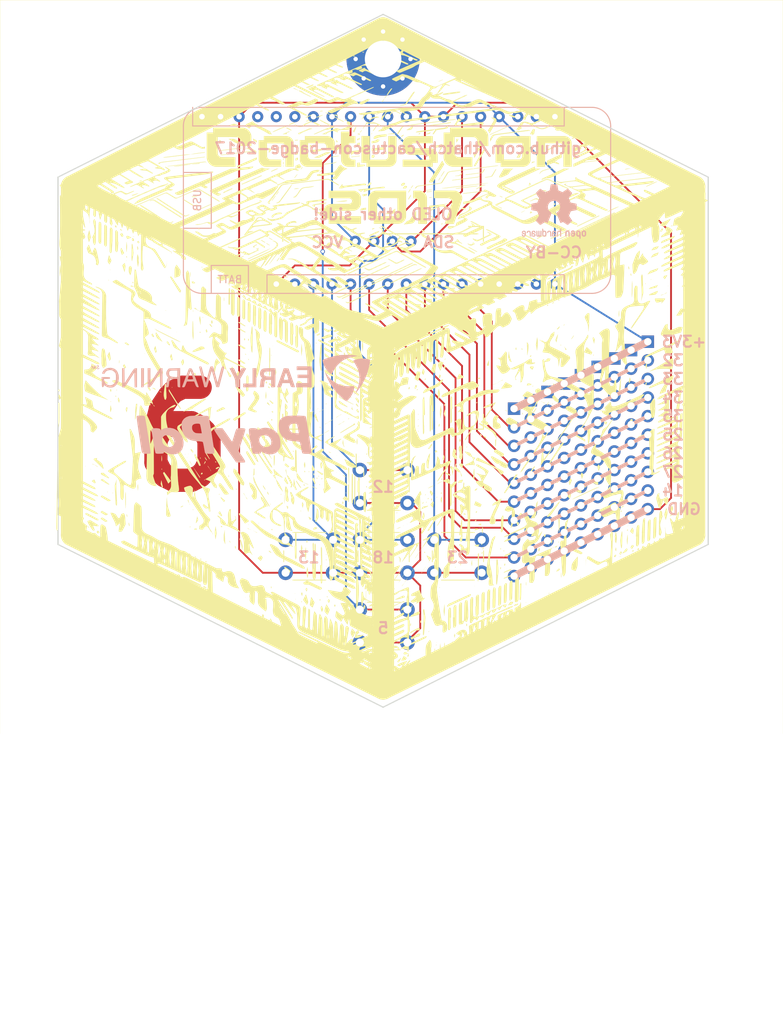
<source format=kicad_pcb>
(kicad_pcb (version 4) (host pcbnew 4.0.6)
  (layers (0 F.Cu signal) (31 B.Cu signal) (34 B.Paste user hide) (35 F.Paste user hide) (36 B.SilkS user) (37 F.SilkS user hide) (38 B.Mask user hide) (39 F.Mask user hide) (44 Edge.Cuts user))
  (net 0 "")
  (net 1 "Net-(J10-Pad1)")
  (net 2 ROW2)
  (net 3 ROW3)
  (net 4 ROW4)
  (net 5 ROW5)
  (net 6 ROW6)
  (net 7 ROW7)
  (net 8 ROW8)
  (net 9 ROW9)
  (net 10 GND)
  (net 11 SDA)
  (net 12 SCL)
  (net 13 LT)
  (net 14 UP)
  (net 15 SEL)
  (net 16 DN)
  (net 17 RT)
  (module Mounting_Holes:MountingHole_5mm_Pad_Via (layer F.Cu) (at 144.78 53.721)
    (fp_text reference J1 hide)
    (fp_text value CONN_01X01)
    (pad 1 thru_hole circle (at 0 0) (size 10 10) (drill 5) (layers *.Cu *.Mask))
    (pad "" thru_hole circle (at 3.75 0) (size 0.7 0.7) (drill 0.6) (layers *.Cu *.Mask))
    (pad "" thru_hole circle (at 2.65165 2.65165) (size 0.7 0.7) (drill 0.6) (layers *.Cu *.Mask))
    (pad "" thru_hole circle (at 0 3.75) (size 0.7 0.7) (drill 0.6) (layers *.Cu *.Mask))
    (pad "" thru_hole circle (at -2.65165 2.65165) (size 0.7 0.7) (drill 0.6) (layers *.Cu *.Mask))
    (pad "" thru_hole circle (at -3.75 0) (size 0.7 0.7) (drill 0.6) (layers *.Cu *.Mask))
    (pad "" thru_hole circle (at -2.65165 -2.65165) (size 0.7 0.7) (drill 0.6) (layers *.Cu *.Mask))
    (pad "" thru_hole circle (at 0 -3.75) (size 0.7 0.7) (drill 0.6) (layers *.Cu *.Mask))
    (pad "" thru_hole circle (at 2.65165 -2.65165) (size 0.7 0.7) (drill 0.6) (layers *.Cu *.Mask))
  )
  (module Buttons_Switches_THT:SW_PUSH_6mm (layer F.Cu) (at 131.445 119.38)
    (fp_text reference SW1 hide)
    (fp_text value SW_Push)
    (pad 2 thru_hole circle (at 0 4.5 90) (size 2 2) (drill 1.1) (layers *.Cu *.Mask) (net 10 GND))
    (pad 1 thru_hole circle (at 0 0 90) (size 2 2) (drill 1.1) (layers *.Cu *.Mask) (net 13 LT))
    (pad 2 thru_hole circle (at 6.5 4.5 90) (size 2 2) (drill 1.1) (layers *.Cu *.Mask) (net 10 GND))
    (pad 1 thru_hole circle (at 6.5 0 90) (size 2 2) (drill 1.1) (layers *.Cu *.Mask) (net 13 LT))
  )
  (module Buttons_Switches_THT:SW_PUSH_6mm (layer F.Cu) (at 141.605 109.855)
    (fp_text reference SW2 hide)
    (fp_text value SW_Push)
    (pad 2 thru_hole circle (at 0 4.5 90) (size 2 2) (drill 1.1) (layers *.Cu *.Mask) (net 10 GND))
    (pad 1 thru_hole circle (at 0 0 90) (size 2 2) (drill 1.1) (layers *.Cu *.Mask) (net 14 UP))
    (pad 2 thru_hole circle (at 6.5 4.5 90) (size 2 2) (drill 1.1) (layers *.Cu *.Mask) (net 10 GND))
    (pad 1 thru_hole circle (at 6.5 0 90) (size 2 2) (drill 1.1) (layers *.Cu *.Mask) (net 14 UP))
  )
  (module Buttons_Switches_THT:SW_PUSH_6mm (layer F.Cu) (at 141.605 119.38)
    (fp_text reference SW3 hide)
    (fp_text value SW_Push)
    (pad 2 thru_hole circle (at 0 4.5 90) (size 2 2) (drill 1.1) (layers *.Cu *.Mask) (net 10 GND))
    (pad 1 thru_hole circle (at 0 0 90) (size 2 2) (drill 1.1) (layers *.Cu *.Mask) (net 15 SEL))
    (pad 2 thru_hole circle (at 6.5 4.5 90) (size 2 2) (drill 1.1) (layers *.Cu *.Mask) (net 10 GND))
    (pad 1 thru_hole circle (at 6.5 0 90) (size 2 2) (drill 1.1) (layers *.Cu *.Mask) (net 15 SEL))
  )
  (module Buttons_Switches_THT:SW_PUSH_6mm (layer F.Cu) (at 141.605 128.905)
    (fp_text reference SW4 hide)
    (fp_text value SW_Push)
    (pad 2 thru_hole circle (at 0 4.5 90) (size 2 2) (drill 1.1) (layers *.Cu *.Mask) (net 10 GND))
    (pad 1 thru_hole circle (at 0 0 90) (size 2 2) (drill 1.1) (layers *.Cu *.Mask) (net 16 DN))
    (pad 2 thru_hole circle (at 6.5 4.5 90) (size 2 2) (drill 1.1) (layers *.Cu *.Mask) (net 10 GND))
    (pad 1 thru_hole circle (at 6.5 0 90) (size 2 2) (drill 1.1) (layers *.Cu *.Mask) (net 16 DN))
  )
  (module Buttons_Switches_THT:SW_PUSH_6mm (layer F.Cu) (at 151.765 119.38)
    (fp_text reference SW5 hide)
    (fp_text value SW_Push)
    (pad 2 thru_hole circle (at 0 4.5 90) (size 2 2) (drill 1.1) (layers *.Cu *.Mask) (net 10 GND))
    (pad 1 thru_hole circle (at 0 0 90) (size 2 2) (drill 1.1) (layers *.Cu *.Mask) (net 17 RT))
    (pad 2 thru_hole circle (at 6.5 4.5 90) (size 2 2) (drill 1.1) (layers *.Cu *.Mask) (net 10 GND))
    (pad 1 thru_hole circle (at 6.5 0 90) (size 2 2) (drill 1.1) (layers *.Cu *.Mask) (net 17 RT))
  )
  (module CactusCon:LOLIN32 (layer B.Cu) (at 175.895 73.025 180)
    (fp_text reference M1 hide)
    (fp_text value LOLIN32)
    (fp_text user BATT (at 52.07 -10.795 180) (layer B.SilkS) (effects (justify mirror)))
    (fp_text user USB (at 56.515 0 450) (layer B.SilkS) (effects (justify mirror)))
    (pad 1 thru_hole circle (at 7.62 -11.43 180) (size 1.524 1.524) (drill 0.762) (layers *.Cu *.Mask) (net 1 "Net-(J10-Pad1)"))
    (pad 2 thru_hole circle (at 10.16 -11.43 180) (size 1.524 1.524) (drill 0.762) (layers *.Cu *.Mask))
    (pad 3 thru_hole circle (at 12.7 -11.43 180) (size 1.524 1.524) (drill 0.762) (layers *.Cu *.Mask))
    (pad 4 thru_hole circle (at 15.24 -11.43 180) (size 1.524 1.524) (drill 0.762) (layers *.Cu *.Mask))
    (pad 5 thru_hole circle (at 17.78 -11.43 180) (size 1.524 1.524) (drill 0.762) (layers *.Cu *.Mask) (net 2 ROW2))
    (pad 6 thru_hole circle (at 20.32 -11.43 180) (size 1.524 1.524) (drill 0.762) (layers *.Cu *.Mask) (net 3 ROW3))
    (pad 7 thru_hole circle (at 22.86 -11.43 180) (size 1.524 1.524) (drill 0.762) (layers *.Cu *.Mask) (net 4 ROW4))
    (pad 8 thru_hole circle (at 25.4 -11.43 180) (size 1.524 1.524) (drill 0.762) (layers *.Cu *.Mask) (net 5 ROW5))
    (pad 9 thru_hole circle (at 27.94 -11.43 180) (size 1.524 1.524) (drill 0.762) (layers *.Cu *.Mask) (net 6 ROW6))
    (pad 10 thru_hole circle (at 30.48 -11.43 180) (size 1.524 1.524) (drill 0.762) (layers *.Cu *.Mask) (net 7 ROW7))
    (pad 11 thru_hole circle (at 33.02 -11.43 180) (size 1.524 1.524) (drill 0.762) (layers *.Cu *.Mask) (net 8 ROW8))
    (pad 12 thru_hole circle (at 35.56 -11.43 180) (size 1.524 1.524) (drill 0.762) (layers *.Cu *.Mask) (net 9 ROW9))
    (pad 13 thru_hole circle (at 38.1 -11.43 180) (size 1.524 1.524) (drill 0.762) (layers *.Cu *.Mask) (net 14 UP))
    (pad 14 thru_hole circle (at 40.64 -11.43 180) (size 1.524 1.524) (drill 0.762) (layers *.Cu *.Mask) (net 13 LT))
    (pad 15 thru_hole circle (at 43.18 -11.43 180) (size 1.524 1.524) (drill 0.762) (layers *.Cu *.Mask))
    (pad 16 thru_hole circle (at 45.72 -11.43 180) (size 1.524 1.524) (drill 0.762) (layers *.Cu *.Mask) (net 10 GND))
    (pad 17 thru_hole circle (at 7.62 11.43 180) (size 1.524 1.524) (drill 0.762) (layers *.Cu *.Mask) (net 10 GND))
    (pad 18 thru_hole circle (at 10.16 11.43 180) (size 1.524 1.524) (drill 0.762) (layers *.Cu *.Mask))
    (pad 19 thru_hole circle (at 12.7 11.43 180) (size 1.524 1.524) (drill 0.762) (layers *.Cu *.Mask))
    (pad 20 thru_hole circle (at 15.24 11.43 180) (size 1.524 1.524) (drill 0.762) (layers *.Cu *.Mask) (net 1 "Net-(J10-Pad1)"))
    (pad 21 thru_hole circle (at 17.78 11.43 180) (size 1.524 1.524) (drill 0.762) (layers *.Cu *.Mask) (net 12 SCL))
    (pad 22 thru_hole circle (at 20.32 11.43 180) (size 1.524 1.524) (drill 0.762) (layers *.Cu *.Mask) (net 11 SDA))
    (pad 23 thru_hole circle (at 22.86 11.43 180) (size 1.524 1.524) (drill 0.762) (layers *.Cu *.Mask) (net 10 GND))
    (pad 24 thru_hole circle (at 25.4 11.43 180) (size 1.524 1.524) (drill 0.762) (layers *.Cu *.Mask) (net 10 GND))
    (pad 25 thru_hole circle (at 27.94 11.43 180) (size 1.524 1.524) (drill 0.762) (layers *.Cu *.Mask))
    (pad 26 thru_hole circle (at 30.48 11.43 180) (size 1.524 1.524) (drill 0.762) (layers *.Cu *.Mask) (net 17 RT))
    (pad 27 thru_hole circle (at 33.02 11.43 180) (size 1.524 1.524) (drill 0.762) (layers *.Cu *.Mask) (net 15 SEL))
    (pad 28 thru_hole circle (at 35.56 11.43 180) (size 1.524 1.524) (drill 0.762) (layers *.Cu *.Mask) (net 16 DN))
    (pad 29 thru_hole circle (at 38.1 11.43 180) (size 1.524 1.524) (drill 0.762) (layers *.Cu *.Mask) (net 1 "Net-(J10-Pad1)"))
    (pad 30 thru_hole circle (at 40.64 11.43 180) (size 1.524 1.524) (drill 0.762) (layers *.Cu *.Mask))
    (pad 31 thru_hole circle (at 43.18 11.43 180) (size 1.524 1.524) (drill 0.762) (layers *.Cu *.Mask))
    (pad 32 thru_hole circle (at 45.72 11.43 180) (size 1.524 1.524) (drill 0.762) (layers *.Cu *.Mask))
    (pad 33 thru_hole circle (at 48.26 11.43 180) (size 1.524 1.524) (drill 0.762) (layers *.Cu *.Mask))
    (pad 34 thru_hole circle (at 50.8 11.43 180) (size 1.524 1.524) (drill 0.762) (layers *.Cu *.Mask) (net 10 GND))
    (pad 35 thru_hole circle (at 53.34 11.43 180) (size 1.524 1.524) (drill 0.762) (layers *.Cu *.Mask))
    (pad 36 thru_hole circle (at 55.88 11.43 180) (size 1.524 1.524) (drill 0.762) (layers *.Cu *.Mask))
  )
  (module CactusCon:SMALL_OLED (layer F.Cu) (at 144.78 80.645)
    (fp_text reference J5 hide)
    (fp_text value CONN_01X04)
    (pad 1 thru_hole circle (at -3.81 -2.032) (size 1.524 1.524) (drill 0.762) (layers *.Cu *.Mask) (net 1 "Net-(J10-Pad1)"))
    (pad 2 thru_hole circle (at -1.27 -2.032) (size 1.524 1.524) (drill 0.762) (layers *.Cu *.Mask) (net 10 GND))
    (pad 3 thru_hole circle (at 1.27 -2.032) (size 1.524 1.524) (drill 0.762) (layers *.Cu *.Mask) (net 12 SCL))
    (pad 4 thru_hole circle (at 3.81 -2.032) (size 1.524 1.524) (drill 0.762) (layers *.Cu *.Mask) (net 11 SDA))
  )
  (module CactusCon:CactusCon_Full_Badge (layer F.Cu) (at 145.923 95.758)
    (fp_text reference J12 hide)
    (fp_text value Graphic hide)
  )
  (module CactusCon:10Pin_NoSilk (layer F.Cu) (at 162.687 101.473)
    (fp_text reference J2 hide)
    (fp_text value CONN_01X10)
    (pad 1 thru_hole rect (at 0 0) (size 1.7 1.7) (drill 1) (layers *.Cu *.Mask) (net 1 "Net-(J10-Pad1)"))
    (pad 2 thru_hole oval (at 0 2.54) (size 1.7 1.7) (drill 1) (layers *.Cu *.Mask) (net 2 ROW2))
    (pad 3 thru_hole oval (at 0 5.08) (size 1.7 1.7) (drill 1) (layers *.Cu *.Mask) (net 3 ROW3))
    (pad 4 thru_hole oval (at 0 7.62) (size 1.7 1.7) (drill 1) (layers *.Cu *.Mask) (net 4 ROW4))
    (pad 5 thru_hole oval (at 0 10.16) (size 1.7 1.7) (drill 1) (layers *.Cu *.Mask) (net 5 ROW5))
    (pad 6 thru_hole oval (at 0 12.7) (size 1.7 1.7) (drill 1) (layers *.Cu *.Mask) (net 6 ROW6))
    (pad 7 thru_hole oval (at 0 15.24) (size 1.7 1.7) (drill 1) (layers *.Cu *.Mask) (net 7 ROW7))
    (pad 8 thru_hole oval (at 0 17.78) (size 1.7 1.7) (drill 1) (layers *.Cu *.Mask) (net 8 ROW8))
    (pad 9 thru_hole oval (at 0 20.32) (size 1.7 1.7) (drill 1) (layers *.Cu *.Mask) (net 9 ROW9))
    (pad 10 thru_hole oval (at 0 22.86) (size 1.7 1.7) (drill 1) (layers *.Cu *.Mask) (net 10 GND))
  )
  (module CactusCon:10Pin_NoSilk (layer F.Cu) (at 164.973 100.33)
    (fp_text reference J3 hide)
    (fp_text value CONN_01X10)
    (pad 1 thru_hole rect (at 0 0) (size 1.7 1.7) (drill 1) (layers *.Cu *.Mask) (net 1 "Net-(J10-Pad1)"))
    (pad 2 thru_hole oval (at 0 2.54) (size 1.7 1.7) (drill 1) (layers *.Cu *.Mask) (net 2 ROW2))
    (pad 3 thru_hole oval (at 0 5.08) (size 1.7 1.7) (drill 1) (layers *.Cu *.Mask) (net 3 ROW3))
    (pad 4 thru_hole oval (at 0 7.62) (size 1.7 1.7) (drill 1) (layers *.Cu *.Mask) (net 4 ROW4))
    (pad 5 thru_hole oval (at 0 10.16) (size 1.7 1.7) (drill 1) (layers *.Cu *.Mask) (net 5 ROW5))
    (pad 6 thru_hole oval (at 0 12.7) (size 1.7 1.7) (drill 1) (layers *.Cu *.Mask) (net 6 ROW6))
    (pad 7 thru_hole oval (at 0 15.24) (size 1.7 1.7) (drill 1) (layers *.Cu *.Mask) (net 7 ROW7))
    (pad 8 thru_hole oval (at 0 17.78) (size 1.7 1.7) (drill 1) (layers *.Cu *.Mask) (net 8 ROW8))
    (pad 9 thru_hole oval (at 0 20.32) (size 1.7 1.7) (drill 1) (layers *.Cu *.Mask) (net 9 ROW9))
    (pad 10 thru_hole oval (at 0 22.86) (size 1.7 1.7) (drill 1) (layers *.Cu *.Mask) (net 10 GND))
  )
  (module CactusCon:10Pin_NoSilk (layer F.Cu) (at 167.259 99.187)
    (fp_text reference J4 hide)
    (fp_text value CONN_01X10)
    (pad 1 thru_hole rect (at 0 0) (size 1.7 1.7) (drill 1) (layers *.Cu *.Mask) (net 1 "Net-(J10-Pad1)"))
    (pad 2 thru_hole oval (at 0 2.54) (size 1.7 1.7) (drill 1) (layers *.Cu *.Mask) (net 2 ROW2))
    (pad 3 thru_hole oval (at 0 5.08) (size 1.7 1.7) (drill 1) (layers *.Cu *.Mask) (net 3 ROW3))
    (pad 4 thru_hole oval (at 0 7.62) (size 1.7 1.7) (drill 1) (layers *.Cu *.Mask) (net 4 ROW4))
    (pad 5 thru_hole oval (at 0 10.16) (size 1.7 1.7) (drill 1) (layers *.Cu *.Mask) (net 5 ROW5))
    (pad 6 thru_hole oval (at 0 12.7) (size 1.7 1.7) (drill 1) (layers *.Cu *.Mask) (net 6 ROW6))
    (pad 7 thru_hole oval (at 0 15.24) (size 1.7 1.7) (drill 1) (layers *.Cu *.Mask) (net 7 ROW7))
    (pad 8 thru_hole oval (at 0 17.78) (size 1.7 1.7) (drill 1) (layers *.Cu *.Mask) (net 8 ROW8))
    (pad 9 thru_hole oval (at 0 20.32) (size 1.7 1.7) (drill 1) (layers *.Cu *.Mask) (net 9 ROW9))
    (pad 10 thru_hole oval (at 0 22.86) (size 1.7 1.7) (drill 1) (layers *.Cu *.Mask) (net 10 GND))
  )
  (module CactusCon:10Pin_NoSilk (layer F.Cu) (at 169.545 98.044)
    (fp_text reference J6 hide)
    (fp_text value CONN_01X10)
    (pad 1 thru_hole rect (at 0 0) (size 1.7 1.7) (drill 1) (layers *.Cu *.Mask) (net 1 "Net-(J10-Pad1)"))
    (pad 2 thru_hole oval (at 0 2.54) (size 1.7 1.7) (drill 1) (layers *.Cu *.Mask) (net 2 ROW2))
    (pad 3 thru_hole oval (at 0 5.08) (size 1.7 1.7) (drill 1) (layers *.Cu *.Mask) (net 3 ROW3))
    (pad 4 thru_hole oval (at 0 7.62) (size 1.7 1.7) (drill 1) (layers *.Cu *.Mask) (net 4 ROW4))
    (pad 5 thru_hole oval (at 0 10.16) (size 1.7 1.7) (drill 1) (layers *.Cu *.Mask) (net 5 ROW5))
    (pad 6 thru_hole oval (at 0 12.7) (size 1.7 1.7) (drill 1) (layers *.Cu *.Mask) (net 6 ROW6))
    (pad 7 thru_hole oval (at 0 15.24) (size 1.7 1.7) (drill 1) (layers *.Cu *.Mask) (net 7 ROW7))
    (pad 8 thru_hole oval (at 0 17.78) (size 1.7 1.7) (drill 1) (layers *.Cu *.Mask) (net 8 ROW8))
    (pad 9 thru_hole oval (at 0 20.32) (size 1.7 1.7) (drill 1) (layers *.Cu *.Mask) (net 9 ROW9))
    (pad 10 thru_hole oval (at 0 22.86) (size 1.7 1.7) (drill 1) (layers *.Cu *.Mask) (net 10 GND))
  )
  (module CactusCon:10Pin_NoSilk (layer F.Cu) (at 171.831 96.901)
    (fp_text reference J7 hide)
    (fp_text value CONN_01X10)
    (pad 1 thru_hole rect (at 0 0) (size 1.7 1.7) (drill 1) (layers *.Cu *.Mask) (net 1 "Net-(J10-Pad1)"))
    (pad 2 thru_hole oval (at 0 2.54) (size 1.7 1.7) (drill 1) (layers *.Cu *.Mask) (net 2 ROW2))
    (pad 3 thru_hole oval (at 0 5.08) (size 1.7 1.7) (drill 1) (layers *.Cu *.Mask) (net 3 ROW3))
    (pad 4 thru_hole oval (at 0 7.62) (size 1.7 1.7) (drill 1) (layers *.Cu *.Mask) (net 4 ROW4))
    (pad 5 thru_hole oval (at 0 10.16) (size 1.7 1.7) (drill 1) (layers *.Cu *.Mask) (net 5 ROW5))
    (pad 6 thru_hole oval (at 0 12.7) (size 1.7 1.7) (drill 1) (layers *.Cu *.Mask) (net 6 ROW6))
    (pad 7 thru_hole oval (at 0 15.24) (size 1.7 1.7) (drill 1) (layers *.Cu *.Mask) (net 7 ROW7))
    (pad 8 thru_hole oval (at 0 17.78) (size 1.7 1.7) (drill 1) (layers *.Cu *.Mask) (net 8 ROW8))
    (pad 9 thru_hole oval (at 0 20.32) (size 1.7 1.7) (drill 1) (layers *.Cu *.Mask) (net 9 ROW9))
    (pad 10 thru_hole oval (at 0 22.86) (size 1.7 1.7) (drill 1) (layers *.Cu *.Mask) (net 10 GND))
  )
  (module CactusCon:10Pin_NoSilk (layer F.Cu) (at 174.117 95.758)
    (fp_text reference J8 hide)
    (fp_text value CONN_01X10)
    (pad 1 thru_hole rect (at 0 0) (size 1.7 1.7) (drill 1) (layers *.Cu *.Mask) (net 1 "Net-(J10-Pad1)"))
    (pad 2 thru_hole oval (at 0 2.54) (size 1.7 1.7) (drill 1) (layers *.Cu *.Mask) (net 2 ROW2))
    (pad 3 thru_hole oval (at 0 5.08) (size 1.7 1.7) (drill 1) (layers *.Cu *.Mask) (net 3 ROW3))
    (pad 4 thru_hole oval (at 0 7.62) (size 1.7 1.7) (drill 1) (layers *.Cu *.Mask) (net 4 ROW4))
    (pad 5 thru_hole oval (at 0 10.16) (size 1.7 1.7) (drill 1) (layers *.Cu *.Mask) (net 5 ROW5))
    (pad 6 thru_hole oval (at 0 12.7) (size 1.7 1.7) (drill 1) (layers *.Cu *.Mask) (net 6 ROW6))
    (pad 7 thru_hole oval (at 0 15.24) (size 1.7 1.7) (drill 1) (layers *.Cu *.Mask) (net 7 ROW7))
    (pad 8 thru_hole oval (at 0 17.78) (size 1.7 1.7) (drill 1) (layers *.Cu *.Mask) (net 8 ROW8))
    (pad 9 thru_hole oval (at 0 20.32) (size 1.7 1.7) (drill 1) (layers *.Cu *.Mask) (net 9 ROW9))
    (pad 10 thru_hole oval (at 0 22.86) (size 1.7 1.7) (drill 1) (layers *.Cu *.Mask) (net 10 GND))
  )
  (module CactusCon:10Pin_NoSilk (layer F.Cu) (at 176.403 94.615)
    (fp_text reference J9 hide)
    (fp_text value CONN_01X10)
    (pad 1 thru_hole rect (at 0 0) (size 1.7 1.7) (drill 1) (layers *.Cu *.Mask) (net 1 "Net-(J10-Pad1)"))
    (pad 2 thru_hole oval (at 0 2.54) (size 1.7 1.7) (drill 1) (layers *.Cu *.Mask) (net 2 ROW2))
    (pad 3 thru_hole oval (at 0 5.08) (size 1.7 1.7) (drill 1) (layers *.Cu *.Mask) (net 3 ROW3))
    (pad 4 thru_hole oval (at 0 7.62) (size 1.7 1.7) (drill 1) (layers *.Cu *.Mask) (net 4 ROW4))
    (pad 5 thru_hole oval (at 0 10.16) (size 1.7 1.7) (drill 1) (layers *.Cu *.Mask) (net 5 ROW5))
    (pad 6 thru_hole oval (at 0 12.7) (size 1.7 1.7) (drill 1) (layers *.Cu *.Mask) (net 6 ROW6))
    (pad 7 thru_hole oval (at 0 15.24) (size 1.7 1.7) (drill 1) (layers *.Cu *.Mask) (net 7 ROW7))
    (pad 8 thru_hole oval (at 0 17.78) (size 1.7 1.7) (drill 1) (layers *.Cu *.Mask) (net 8 ROW8))
    (pad 9 thru_hole oval (at 0 20.32) (size 1.7 1.7) (drill 1) (layers *.Cu *.Mask) (net 9 ROW9))
    (pad 10 thru_hole oval (at 0 22.86) (size 1.7 1.7) (drill 1) (layers *.Cu *.Mask) (net 10 GND))
  )
  (module CactusCon:10Pin_NoSilk (layer F.Cu) (at 178.689 93.472)
    (fp_text reference J10 hide)
    (fp_text value CONN_01X10)
    (pad 1 thru_hole rect (at 0 0) (size 1.7 1.7) (drill 1) (layers *.Cu *.Mask) (net 1 "Net-(J10-Pad1)"))
    (pad 2 thru_hole oval (at 0 2.54) (size 1.7 1.7) (drill 1) (layers *.Cu *.Mask) (net 2 ROW2))
    (pad 3 thru_hole oval (at 0 5.08) (size 1.7 1.7) (drill 1) (layers *.Cu *.Mask) (net 3 ROW3))
    (pad 4 thru_hole oval (at 0 7.62) (size 1.7 1.7) (drill 1) (layers *.Cu *.Mask) (net 4 ROW4))
    (pad 5 thru_hole oval (at 0 10.16) (size 1.7 1.7) (drill 1) (layers *.Cu *.Mask) (net 5 ROW5))
    (pad 6 thru_hole oval (at 0 12.7) (size 1.7 1.7) (drill 1) (layers *.Cu *.Mask) (net 6 ROW6))
    (pad 7 thru_hole oval (at 0 15.24) (size 1.7 1.7) (drill 1) (layers *.Cu *.Mask) (net 7 ROW7))
    (pad 8 thru_hole oval (at 0 17.78) (size 1.7 1.7) (drill 1) (layers *.Cu *.Mask) (net 8 ROW8))
    (pad 9 thru_hole oval (at 0 20.32) (size 1.7 1.7) (drill 1) (layers *.Cu *.Mask) (net 9 ROW9))
    (pad 10 thru_hole oval (at 0 22.86) (size 1.7 1.7) (drill 1) (layers *.Cu *.Mask) (net 10 GND))
  )
  (module CactusCon:10Pin_NoSilk (layer F.Cu) (at 180.975 92.329)
    (fp_text reference J11 hide)
    (fp_text value CONN_01X10)
    (pad 1 thru_hole rect (at 0 0) (size 1.7 1.7) (drill 1) (layers *.Cu *.Mask) (net 1 "Net-(J10-Pad1)"))
    (pad 2 thru_hole oval (at 0 2.54) (size 1.7 1.7) (drill 1) (layers *.Cu *.Mask) (net 2 ROW2))
    (pad 3 thru_hole oval (at 0 5.08) (size 1.7 1.7) (drill 1) (layers *.Cu *.Mask) (net 3 ROW3))
    (pad 4 thru_hole oval (at 0 7.62) (size 1.7 1.7) (drill 1) (layers *.Cu *.Mask) (net 4 ROW4))
    (pad 5 thru_hole oval (at 0 10.16) (size 1.7 1.7) (drill 1) (layers *.Cu *.Mask) (net 5 ROW5))
    (pad 6 thru_hole oval (at 0 12.7) (size 1.7 1.7) (drill 1) (layers *.Cu *.Mask) (net 6 ROW6))
    (pad 7 thru_hole oval (at 0 15.24) (size 1.7 1.7) (drill 1) (layers *.Cu *.Mask) (net 7 ROW7))
    (pad 8 thru_hole oval (at 0 17.78) (size 1.7 1.7) (drill 1) (layers *.Cu *.Mask) (net 8 ROW8))
    (pad 9 thru_hole oval (at 0 20.32) (size 1.7 1.7) (drill 1) (layers *.Cu *.Mask) (net 9 ROW9))
    (pad 10 thru_hole oval (at 0 22.86) (size 1.7 1.7) (drill 1) (layers *.Cu *.Mask) (net 10 GND))
  )
  (module CactusCon:Partner_Logos (layer B.Cu) (at 123.952 101.473 180)
    (fp_text reference J13 hide)
    (fp_text value Partners hide)
  )
  (module Symbols:OSHW-Logo2_9.8x8mm_SilkScreen (layer B.Cu) (at 168.148 74.549 180)
    (fp_text reference J14 hide)
    (fp_text value OSHW hide)
  )
  (gr_text SDA (at 152.4 78.74) (layer B.SilkS) (effects (font (size 1.5 1.5) (thickness 0.3)) (justify mirror)))
  (gr_text VCC (at 137.16 78.74) (layer B.SilkS) (effects (font (size 1.5 1.5) (thickness 0.3)) (justify mirror)))
  (gr_text "OLED other side!" (at 144.78 74.93) (layer B.SilkS) (effects (font (size 1.5 1.5) (thickness 0.3)) (justify mirror)))
  (gr_text CC-BY (at 168.148 80.137) (layer B.SilkS) (effects (font (size 1.5 1.5) (thickness 0.3)) (justify mirror)))
  (gr_text github.com/thatch/cactuscon-badge-2017 (at 146.812 65.913) (layer B.SilkS) (effects (font (size 1.5 1.5) (thickness 0.3)) (justify mirror)))
  (gr_text 5 (at 144.78 131.445) (layer B.SilkS) (effects (font (size 1.5 1.5) (thickness 0.3)) (justify mirror)))
  (gr_text 23 (at 154.94 121.793) (layer B.SilkS) (effects (font (size 1.5 1.5) (thickness 0.3)) (justify mirror)))
  (gr_text 13 (at 134.62 121.793) (layer B.SilkS) (effects (font (size 1.5 1.5) (thickness 0.3)) (justify mirror)))
  (gr_text 18 (at 144.78 121.793) (layer B.SilkS) (effects (font (size 1.5 1.5) (thickness 0.3)) (justify mirror)))
  (gr_text 12 (at 144.78 112.141) (layer B.SilkS) (effects (font (size 1.5 1.5) (thickness 0.3)) (justify mirror)))
  (gr_text +3V3 (at 185.928 92.329) (layer B.SilkS) (effects (font (size 1.5 1.5) (thickness 0.3)) (justify mirror)))
  (gr_text GND (at 185.928 115.189) (layer B.SilkS) (effects (font (size 1.5 1.5) (thickness 0.3)) (justify mirror)))
  (gr_text 25 (at 184.404 105.029) (layer B.SilkS) (effects (font (size 1.5 1.5) (thickness 0.3)) (justify mirror)))
  (gr_text 14 (at 184.404 112.649) (layer B.SilkS) (effects (font (size 1.5 1.5) (thickness 0.3)) (justify mirror)))
  (gr_text 27 (at 184.404 110.109) (layer B.SilkS) (effects (font (size 1.5 1.5) (thickness 0.3)) (justify mirror)))
  (gr_text 26 (at 184.404 107.569) (layer B.SilkS) (effects (font (size 1.5 1.5) (thickness 0.3)) (justify mirror)))
  (gr_text 35 (at 184.404 102.489) (layer B.SilkS) (effects (font (size 1.5 1.5) (thickness 0.3)) (justify mirror)))
  (gr_text 34 (at 184.404 99.949) (layer B.SilkS) (effects (font (size 1.5 1.5) (thickness 0.3)) (justify mirror)))
  (gr_text 33 (at 184.404 97.409) (layer B.SilkS) (effects (font (size 1.5 1.5) (thickness 0.3)) (justify mirror)))
  (gr_text 32 (at 184.404 94.869) (layer B.SilkS) (effects (font (size 1.5 1.5) (thickness 0.3)) (justify mirror)))
  (gr_line (start 180.975 94.869) (end 162.687 104.013) (angle 90) (layer B.SilkS) (width 0.5))
  (gr_line (start 180.975 97.409) (end 162.687 106.553) (angle 90) (layer B.SilkS) (width 0.5))
  (gr_line (start 162.687 109.093) (end 180.975 99.949) (angle 90) (layer B.SilkS) (width 0.5))
  (gr_line (start 180.975 102.489) (end 162.687 111.633) (angle 90) (layer B.SilkS) (width 0.5))
  (gr_line (start 162.687 114.173) (end 180.975 105.029) (angle 90) (layer B.SilkS) (width 0.5))
  (gr_line (start 180.975 107.569) (end 162.687 116.713) (angle 90) (layer B.SilkS) (width 0.5))
  (gr_line (start 162.687 119.253) (end 180.975 110.109) (angle 90) (layer B.SilkS) (width 0.5))
  (gr_line (start 162.687 121.793) (end 180.975 112.649) (angle 90) (layer B.SilkS) (width 0.5))
  (gr_line (start 162.687 124.333) (end 180.975 115.189) (angle 90) (layer B.SilkS) (width 1))
  (gr_line (start 162.687 101.473) (end 180.975 92.329) (angle 90) (layer B.SilkS) (width 1))
  (gr_text 6 (at 117.348 105.537) (layer F.Cu) (effects (font (size 12.7 12.7) (thickness 3.175))))
  (gr_line (start 144.78 92.075) (end 144.78 139.7) (angle 90) (layer F.SilkS) (width 3))
  (gr_line (start 187.325 71.12) (end 144.78 92.075) (angle 90) (layer F.SilkS) (width 3))
  (gr_line (start 144.78 92.075) (end 102.235 71.12) (angle 90) (layer F.SilkS) (width 3))
  (gr_line (start 102.235 71.12) (end 144.78 49.53) (angle 90) (layer F.SilkS) (width 3))
  (gr_line (start 102.235 118.745) (end 102.235 71.12) (angle 90) (layer F.SilkS) (width 3))
  (gr_line (start 144.78 139.7) (end 102.235 118.745) (angle 90) (layer F.SilkS) (width 3))
  (gr_line (start 187.325 118.745) (end 144.78 139.7) (angle 90) (layer F.SilkS) (width 3))
  (gr_line (start 187.325 71.12) (end 187.325 118.745) (angle 90) (layer F.SilkS) (width 3))
  (gr_line (start 144.78 49.53) (end 187.325 71.12) (angle 90) (layer F.SilkS) (width 3))
  (gr_line (start 189.23 69.85) (end 189.23 120.015) (angle 90) (layer Edge.Cuts) (width 0.15))
  (gr_line (start 144.78 47.625) (end 189.23 69.85) (angle 90) (layer Edge.Cuts) (width 0.15))
  (gr_line (start 144.78 142.24) (end 189.23 120.015) (angle 90) (layer Edge.Cuts) (width 0.15))
  (gr_line (start 100.33 120.015) (end 144.78 142.24) (angle 90) (layer Edge.Cuts) (width 0.15))
  (gr_line (start 100.33 69.85) (end 100.33 120.015) (angle 90) (layer Edge.Cuts) (width 0.15))
  (gr_line (start 144.78 47.625) (end 100.33 69.85) (angle 90) (layer Edge.Cuts) (width 0.15))
  (segment (start 169.545 98.044) (end 167.259 99.187) (width 0.25) (layer B.Cu) (net 1))
  (segment (start 171.831 96.901) (end 169.545 98.044) (width 0.25) (layer B.Cu) (net 1))
  (segment (start 174.117 95.758) (end 171.831 96.901) (width 0.25) (layer B.Cu) (net 1))
  (segment (start 176.403 94.615) (end 174.117 95.758) (width 0.25) (layer B.Cu) (net 1))
  (segment (start 178.689 93.472) (end 176.403 94.615) (width 0.25) (layer B.Cu) (net 1))
  (segment (start 180.975 92.329) (end 178.689 93.472) (width 0.25) (layer B.Cu) (net 1))
  (segment (start 168.275 84.455) (end 180.975 92.329) (width 0.25) (layer B.Cu) (net 1))
  (segment (start 164.973 100.33) (end 167.259 99.187) (width 0.25) (layer B.Cu) (net 1))
  (segment (start 162.687 101.473) (end 164.973 100.33) (width 0.25) (layer B.Cu) (net 1))
  (segment (start 137.795 61.595) (end 137.795 75.438) (width 0.25) (layer B.Cu) (net 1))
  (segment (start 137.795 75.438) (end 140.97 78.613) (width 0.25) (layer B.Cu) (net 1))
  (segment (start 160.655 61.595) (end 158.75 59.69) (width 0.25) (layer B.Cu) (net 1))
  (segment (start 158.75 59.69) (end 139.7 59.69) (width 0.25) (layer B.Cu) (net 1))
  (segment (start 139.7 59.69) (end 137.795 61.595) (width 0.25) (layer B.Cu) (net 1))
  (segment (start 168.275 84.455) (end 168.275 69.215) (width 0.25) (layer B.Cu) (net 1))
  (segment (start 168.275 69.215) (end 160.655 61.595) (width 0.25) (layer B.Cu) (net 1))
  (segment (start 140.97 78.613) (end 141.097 78.613) (width 0.25) (layer F.Cu) (net 1))
  (segment (start 164.973 102.87) (end 162.687 104.013) (width 0.25) (layer B.Cu) (net 2))
  (segment (start 167.259 101.727) (end 164.973 102.87) (width 0.25) (layer B.Cu) (net 2))
  (segment (start 169.545 100.584) (end 167.259 101.727) (width 0.25) (layer B.Cu) (net 2))
  (segment (start 171.831 99.441) (end 169.545 100.584) (width 0.25) (layer B.Cu) (net 2))
  (segment (start 174.117 98.298) (end 171.831 99.441) (width 0.25) (layer B.Cu) (net 2))
  (segment (start 176.403 97.155) (end 174.117 98.298) (width 0.25) (layer B.Cu) (net 2))
  (segment (start 178.689 96.012) (end 176.403 97.155) (width 0.25) (layer B.Cu) (net 2))
  (segment (start 180.975 94.869) (end 178.689 96.012) (width 0.25) (layer B.Cu) (net 2))
  (segment (start 158.115 84.455) (end 158.115 88.011) (width 0.25) (layer F.Cu) (net 2))
  (segment (start 158.115 88.011) (end 159.639 89.535) (width 0.25) (layer F.Cu) (net 2))
  (segment (start 162.687 104.013) (end 162.052 104.013) (width 0.25) (layer F.Cu) (net 2))
  (segment (start 162.052 104.013) (end 159.639 101.6) (width 0.25) (layer F.Cu) (net 2))
  (segment (start 159.639 101.6) (end 159.639 89.535) (width 0.25) (layer F.Cu) (net 2))
  (segment (start 180.975 97.409) (end 178.689 98.552) (width 0.25) (layer B.Cu) (net 3))
  (segment (start 176.403 99.695) (end 178.689 98.552) (width 0.25) (layer B.Cu) (net 3))
  (segment (start 174.117 100.838) (end 176.403 99.695) (width 0.25) (layer B.Cu) (net 3))
  (segment (start 171.831 101.981) (end 174.117 100.838) (width 0.25) (layer B.Cu) (net 3))
  (segment (start 169.545 103.124) (end 171.831 101.981) (width 0.25) (layer B.Cu) (net 3))
  (segment (start 167.259 104.267) (end 169.545 103.124) (width 0.25) (layer B.Cu) (net 3))
  (segment (start 164.973 105.41) (end 167.259 104.267) (width 0.25) (layer B.Cu) (net 3))
  (segment (start 162.687 106.553) (end 164.973 105.41) (width 0.25) (layer B.Cu) (net 3))
  (segment (start 155.575 84.455) (end 155.575 88.011) (width 0.25) (layer F.Cu) (net 3))
  (segment (start 155.575 88.011) (end 158.623 91.059) (width 0.25) (layer F.Cu) (net 3))
  (segment (start 162.687 106.553) (end 161.925 106.553) (width 0.25) (layer F.Cu) (net 3))
  (segment (start 161.925 106.553) (end 158.623 103.251) (width 0.25) (layer F.Cu) (net 3))
  (segment (start 158.623 103.251) (end 158.623 91.059) (width 0.25) (layer F.Cu) (net 3))
  (segment (start 164.973 107.95) (end 162.687 109.093) (width 0.25) (layer B.Cu) (net 4))
  (segment (start 167.259 106.807) (end 164.973 107.95) (width 0.25) (layer B.Cu) (net 4))
  (segment (start 169.545 105.664) (end 167.259 106.807) (width 0.25) (layer B.Cu) (net 4))
  (segment (start 171.831 104.521) (end 169.545 105.664) (width 0.25) (layer B.Cu) (net 4))
  (segment (start 174.117 103.378) (end 171.831 104.521) (width 0.25) (layer B.Cu) (net 4))
  (segment (start 176.403 102.235) (end 174.117 103.378) (width 0.25) (layer B.Cu) (net 4))
  (segment (start 178.689 101.092) (end 176.403 102.235) (width 0.25) (layer B.Cu) (net 4))
  (segment (start 180.975 99.949) (end 178.689 101.092) (width 0.25) (layer B.Cu) (net 4))
  (segment (start 153.035 84.455) (end 153.035 88.011) (width 0.25) (layer F.Cu) (net 4))
  (segment (start 153.035 88.011) (end 157.607 92.583) (width 0.25) (layer F.Cu) (net 4))
  (segment (start 162.687 109.093) (end 162.179 109.093) (width 0.25) (layer F.Cu) (net 4))
  (segment (start 162.179 109.093) (end 157.607 104.521) (width 0.25) (layer F.Cu) (net 4))
  (segment (start 157.607 104.521) (end 157.607 92.583) (width 0.25) (layer F.Cu) (net 4))
  (segment (start 178.689 103.632) (end 180.975 102.489) (width 0.25) (layer B.Cu) (net 5))
  (segment (start 176.403 104.775) (end 178.689 103.632) (width 0.25) (layer B.Cu) (net 5))
  (segment (start 174.117 105.918) (end 176.403 104.775) (width 0.25) (layer B.Cu) (net 5))
  (segment (start 171.831 107.061) (end 174.117 105.918) (width 0.25) (layer B.Cu) (net 5))
  (segment (start 169.545 108.204) (end 171.831 107.061) (width 0.25) (layer B.Cu) (net 5))
  (segment (start 167.259 109.347) (end 169.545 108.204) (width 0.25) (layer B.Cu) (net 5))
  (segment (start 164.973 110.49) (end 167.259 109.347) (width 0.25) (layer B.Cu) (net 5))
  (segment (start 162.687 111.633) (end 164.973 110.49) (width 0.25) (layer B.Cu) (net 5))
  (segment (start 150.495 84.455) (end 150.495 88.011) (width 0.25) (layer F.Cu) (net 5))
  (segment (start 150.495 88.011) (end 156.591 94.107) (width 0.25) (layer F.Cu) (net 5))
  (segment (start 162.687 111.633) (end 162.179 111.633) (width 0.25) (layer F.Cu) (net 5))
  (segment (start 162.179 111.633) (end 156.591 106.045) (width 0.25) (layer F.Cu) (net 5))
  (segment (start 156.591 106.045) (end 156.591 94.107) (width 0.25) (layer F.Cu) (net 5))
  (segment (start 162.687 111.633) (end 162.687 111.252) (width 0.25) (layer F.Cu) (net 5))
  (segment (start 164.973 113.03) (end 162.687 114.173) (width 0.25) (layer B.Cu) (net 6))
  (segment (start 167.259 111.887) (end 164.973 113.03) (width 0.25) (layer B.Cu) (net 6))
  (segment (start 169.545 110.744) (end 167.259 111.887) (width 0.25) (layer B.Cu) (net 6))
  (segment (start 171.831 109.601) (end 169.545 110.744) (width 0.25) (layer B.Cu) (net 6))
  (segment (start 174.117 108.458) (end 171.831 109.601) (width 0.25) (layer B.Cu) (net 6))
  (segment (start 176.403 107.315) (end 174.117 108.458) (width 0.25) (layer B.Cu) (net 6))
  (segment (start 178.689 106.172) (end 176.403 107.315) (width 0.25) (layer B.Cu) (net 6))
  (segment (start 180.975 105.029) (end 178.689 106.172) (width 0.25) (layer B.Cu) (net 6))
  (segment (start 147.955 84.455) (end 147.955 88.011) (width 0.25) (layer F.Cu) (net 6))
  (segment (start 147.955 88.011) (end 155.575 95.631) (width 0.25) (layer F.Cu) (net 6))
  (segment (start 162.687 114.173) (end 160.782 114.173) (width 0.25) (layer F.Cu) (net 6))
  (segment (start 155.575 109.22) (end 155.575 95.631) (width 0.25) (layer F.Cu) (net 6))
  (segment (start 160.528 114.173) (end 155.575 109.22) (width 0.25) (layer F.Cu) (net 6))
  (segment (start 160.782 114.173) (end 160.528 114.173) (width 0.25) (layer F.Cu) (net 6))
  (segment (start 180.975 107.569) (end 178.689 108.712) (width 0.25) (layer B.Cu) (net 7))
  (segment (start 176.403 109.855) (end 178.689 108.712) (width 0.25) (layer B.Cu) (net 7))
  (segment (start 174.117 110.998) (end 176.403 109.855) (width 0.25) (layer B.Cu) (net 7))
  (segment (start 171.831 112.141) (end 174.117 110.998) (width 0.25) (layer B.Cu) (net 7))
  (segment (start 169.545 113.284) (end 171.831 112.141) (width 0.25) (layer B.Cu) (net 7))
  (segment (start 167.259 114.427) (end 169.545 113.284) (width 0.25) (layer B.Cu) (net 7))
  (segment (start 164.973 115.57) (end 167.259 114.427) (width 0.25) (layer B.Cu) (net 7))
  (segment (start 162.687 116.713) (end 164.973 115.57) (width 0.25) (layer B.Cu) (net 7))
  (segment (start 145.415 84.455) (end 145.415 88.011) (width 0.25) (layer F.Cu) (net 7))
  (segment (start 145.415 88.011) (end 154.686 97.282) (width 0.25) (layer F.Cu) (net 7))
  (segment (start 162.687 116.713) (end 155.956 116.713) (width 0.25) (layer F.Cu) (net 7))
  (segment (start 154.686 115.443) (end 154.686 97.282) (width 0.25) (layer F.Cu) (net 7))
  (segment (start 155.956 116.713) (end 154.686 115.443) (width 0.25) (layer F.Cu) (net 7))
  (segment (start 164.973 118.11) (end 162.687 119.253) (width 0.25) (layer B.Cu) (net 8))
  (segment (start 167.259 116.967) (end 164.973 118.11) (width 0.25) (layer B.Cu) (net 8))
  (segment (start 169.545 115.824) (end 167.259 116.967) (width 0.25) (layer B.Cu) (net 8))
  (segment (start 171.831 114.681) (end 169.545 115.824) (width 0.25) (layer B.Cu) (net 8))
  (segment (start 174.117 113.538) (end 171.831 114.681) (width 0.25) (layer B.Cu) (net 8))
  (segment (start 176.403 112.395) (end 174.117 113.538) (width 0.25) (layer B.Cu) (net 8))
  (segment (start 178.689 111.252) (end 176.403 112.395) (width 0.25) (layer B.Cu) (net 8))
  (segment (start 180.975 110.109) (end 178.689 111.252) (width 0.25) (layer B.Cu) (net 8))
  (segment (start 153.797 115.697) (end 153.797 116.078) (width 0.25) (layer F.Cu) (net 8))
  (segment (start 153.797 116.078) (end 155.448 117.729) (width 0.25) (layer F.Cu) (net 8))
  (segment (start 155.448 117.729) (end 161.163 117.729) (width 0.25) (layer F.Cu) (net 8))
  (segment (start 161.163 117.729) (end 162.687 119.253) (width 0.25) (layer F.Cu) (net 8))
  (segment (start 142.875 84.455) (end 142.875 88.011) (width 0.25) (layer F.Cu) (net 8))
  (segment (start 142.875 88.011) (end 153.797 98.933) (width 0.25) (layer F.Cu) (net 8))
  (segment (start 153.797 115.697) (end 153.797 98.933) (width 0.25) (layer F.Cu) (net 8))
  (segment (start 178.689 113.792) (end 180.975 112.649) (width 0.25) (layer B.Cu) (net 9))
  (segment (start 176.403 114.935) (end 178.689 113.792) (width 0.25) (layer B.Cu) (net 9))
  (segment (start 174.117 116.078) (end 176.403 114.935) (width 0.25) (layer B.Cu) (net 9))
  (segment (start 171.831 117.221) (end 174.117 116.078) (width 0.25) (layer B.Cu) (net 9))
  (segment (start 169.545 118.364) (end 171.831 117.221) (width 0.25) (layer B.Cu) (net 9))
  (segment (start 167.259 119.507) (end 169.545 118.364) (width 0.25) (layer B.Cu) (net 9))
  (segment (start 164.973 120.65) (end 167.259 119.507) (width 0.25) (layer B.Cu) (net 9))
  (segment (start 162.687 121.793) (end 164.973 120.65) (width 0.25) (layer B.Cu) (net 9))
  (segment (start 140.335 84.455) (end 140.335 88.011) (width 0.25) (layer F.Cu) (net 9))
  (segment (start 140.335 88.011) (end 153.162 100.838) (width 0.25) (layer F.Cu) (net 9))
  (segment (start 162.687 121.793) (end 156.083 121.793) (width 0.25) (layer F.Cu) (net 9))
  (segment (start 153.162 118.872) (end 153.162 100.838) (width 0.25) (layer F.Cu) (net 9))
  (segment (start 156.083 121.793) (end 153.162 118.872) (width 0.25) (layer F.Cu) (net 9))
  (segment (start 180.975 115.189) (end 182.626 115.189) (width 0.25) (layer F.Cu) (net 10))
  (segment (start 182.626 115.189) (end 184.15 113.665) (width 0.25) (layer F.Cu) (net 10))
  (segment (start 125.095 61.595) (end 125.095 120.65) (width 0.25) (layer F.Cu) (net 10))
  (segment (start 125.095 120.65) (end 128.325 123.88) (width 0.25) (layer F.Cu) (net 10))
  (segment (start 128.325 123.88) (end 131.445 123.88) (width 0.25) (layer F.Cu) (net 10))
  (segment (start 162.687 124.333) (end 164.973 123.19) (width 0.25) (layer B.Cu) (net 10))
  (segment (start 167.259 122.047) (end 164.973 123.19) (width 0.25) (layer B.Cu) (net 10))
  (segment (start 169.545 120.904) (end 167.259 122.047) (width 0.25) (layer B.Cu) (net 10))
  (segment (start 171.831 119.761) (end 169.545 120.904) (width 0.25) (layer B.Cu) (net 10))
  (segment (start 174.117 118.618) (end 171.831 119.761) (width 0.25) (layer B.Cu) (net 10))
  (segment (start 176.403 117.475) (end 174.117 118.618) (width 0.25) (layer B.Cu) (net 10))
  (segment (start 178.689 116.332) (end 176.403 117.475) (width 0.25) (layer B.Cu) (net 10))
  (segment (start 180.975 115.189) (end 178.689 116.332) (width 0.25) (layer B.Cu) (net 10))
  (segment (start 184.15 113.665) (end 184.15 77.47) (width 0.25) (layer F.Cu) (net 10))
  (segment (start 184.15 77.47) (end 168.275 61.595) (width 0.25) (layer F.Cu) (net 10))
  (segment (start 141.605 133.405) (end 148.105 133.405) (width 0.25) (layer F.Cu) (net 10))
  (segment (start 148.105 133.405) (end 148.105 133.2) (width 0.25) (layer F.Cu) (net 10))
  (segment (start 148.105 133.2) (end 149.86 131.445) (width 0.25) (layer F.Cu) (net 10))
  (segment (start 149.86 131.445) (end 149.86 125.635) (width 0.25) (layer F.Cu) (net 10))
  (segment (start 149.86 125.635) (end 148.105 123.88) (width 0.25) (layer F.Cu) (net 10))
  (segment (start 148.105 114.355) (end 148.645 114.355) (width 0.25) (layer F.Cu) (net 10))
  (segment (start 148.645 114.355) (end 149.86 115.57) (width 0.25) (layer F.Cu) (net 10))
  (segment (start 149.86 115.57) (end 149.86 122.125) (width 0.25) (layer F.Cu) (net 10))
  (segment (start 149.86 122.125) (end 148.105 123.88) (width 0.25) (layer F.Cu) (net 10))
  (segment (start 141.605 114.355) (end 148.105 114.355) (width 0.25) (layer F.Cu) (net 10))
  (segment (start 137.945 123.88) (end 131.445 123.88) (width 0.25) (layer F.Cu) (net 10))
  (segment (start 141.605 123.88) (end 137.945 123.88) (width 0.25) (layer F.Cu) (net 10))
  (segment (start 148.105 123.88) (end 141.605 123.88) (width 0.25) (layer F.Cu) (net 10))
  (segment (start 151.765 123.88) (end 148.105 123.88) (width 0.25) (layer F.Cu) (net 10))
  (segment (start 158.265 123.88) (end 151.765 123.88) (width 0.25) (layer F.Cu) (net 10))
  (segment (start 158.718 124.333) (end 158.265 123.88) (width 0.25) (layer F.Cu) (net 10))
  (segment (start 130.175 84.455) (end 132.715 81.915) (width 0.25) (layer F.Cu) (net 10))
  (segment (start 132.715 81.915) (end 140.208 81.915) (width 0.25) (layer F.Cu) (net 10))
  (segment (start 140.208 81.915) (end 143.51 78.613) (width 0.25) (layer F.Cu) (net 10))
  (segment (start 150.495 61.595) (end 148.59 59.69) (width 0.25) (layer F.Cu) (net 10))
  (segment (start 148.59 59.69) (end 127 59.69) (width 0.25) (layer F.Cu) (net 10))
  (segment (start 127 59.69) (end 125.095 61.595) (width 0.25) (layer F.Cu) (net 10))
  (segment (start 153.035 61.595) (end 154.94 59.69) (width 0.25) (layer F.Cu) (net 10))
  (segment (start 154.94 59.69) (end 166.37 59.69) (width 0.25) (layer F.Cu) (net 10))
  (segment (start 166.37 59.69) (end 168.275 61.595) (width 0.25) (layer F.Cu) (net 10))
  (segment (start 150.495 61.595) (end 153.035 61.595) (width 0.25) (layer F.Cu) (net 10))
  (segment (start 143.51 78.613) (end 143.637 78.613) (width 0.25) (layer F.Cu) (net 10))
  (segment (start 143.637 78.613) (end 150.495 71.755) (width 0.25) (layer F.Cu) (net 10))
  (segment (start 150.495 71.755) (end 150.495 61.595) (width 0.25) (layer F.Cu) (net 10))
  (segment (start 143.51 78.613) (end 143.51 78.105) (width 0.25) (layer F.Cu) (net 10))
  (segment (start 148.59 78.613) (end 148.717 78.613) (width 0.25) (layer F.Cu) (net 11))
  (segment (start 148.717 78.613) (end 155.575 71.755) (width 0.25) (layer F.Cu) (net 11))
  (segment (start 155.575 71.755) (end 155.575 64.135) (width 0.25) (layer F.Cu) (net 11))
  (segment (start 155.575 64.135) (end 155.575 61.595) (width 0.25) (layer F.Cu) (net 11))
  (segment (start 146.05 78.613) (end 146.05 78.74) (width 0.25) (layer F.Cu) (net 12))
  (segment (start 146.05 78.74) (end 147.32 80.01) (width 0.25) (layer F.Cu) (net 12))
  (segment (start 158.115 71.755) (end 158.115 61.595) (width 0.25) (layer F.Cu) (net 12))
  (segment (start 149.86 80.01) (end 158.115 71.755) (width 0.25) (layer F.Cu) (net 12))
  (segment (start 147.32 80.01) (end 149.86 80.01) (width 0.25) (layer F.Cu) (net 12))
  (segment (start 146.05 78.613) (end 146.177 78.613) (width 0.25) (layer F.Cu) (net 12))
  (segment (start 137.945 119.38) (end 131.445 119.38) (width 0.25) (layer B.Cu) (net 13))
  (segment (start 135.255 84.455) (end 135.255 116.69) (width 0.25) (layer B.Cu) (net 13))
  (segment (start 135.255 116.69) (end 137.945 119.38) (width 0.25) (layer B.Cu) (net 13))
  (segment (start 141.605 109.855) (end 148.105 109.855) (width 0.25) (layer F.Cu) (net 14))
  (segment (start 137.795 84.455) (end 137.795 106.045) (width 0.25) (layer B.Cu) (net 14))
  (segment (start 137.795 106.045) (end 141.605 109.855) (width 0.25) (layer B.Cu) (net 14))
  (segment (start 142.24 81.28) (end 143.51 81.28) (width 0.25) (layer B.Cu) (net 15))
  (segment (start 143.51 81.28) (end 144.78 80.01) (width 0.25) (layer B.Cu) (net 15))
  (segment (start 144.78 80.01) (end 144.78 74.295) (width 0.25) (layer B.Cu) (net 15))
  (segment (start 144.78 74.295) (end 142.875 72.39) (width 0.25) (layer B.Cu) (net 15))
  (segment (start 141.605 82.55) (end 141.605 81.915) (width 0.25) (layer B.Cu) (net 15))
  (segment (start 141.605 81.915) (end 142.24 81.28) (width 0.25) (layer B.Cu) (net 15))
  (segment (start 142.875 72.39) (end 142.875 61.595) (width 0.25) (layer B.Cu) (net 15))
  (segment (start 141.605 119.38) (end 141.605 118.745) (width 0.25) (layer B.Cu) (net 15))
  (segment (start 141.605 118.745) (end 143.51 116.84) (width 0.25) (layer B.Cu) (net 15))
  (segment (start 143.51 116.84) (end 143.51 95.885) (width 0.25) (layer B.Cu) (net 15))
  (segment (start 143.51 95.885) (end 141.605 93.98) (width 0.25) (layer B.Cu) (net 15))
  (segment (start 141.605 93.98) (end 141.605 82.55) (width 0.25) (layer B.Cu) (net 15))
  (segment (start 141.605 119.38) (end 148.105 119.38) (width 0.25) (layer B.Cu) (net 15))
  (segment (start 140.335 61.595) (end 140.335 64.135) (width 0.25) (layer F.Cu) (net 16))
  (segment (start 140.335 64.135) (end 136.525 67.945) (width 0.25) (layer F.Cu) (net 16))
  (segment (start 136.525 67.945) (end 136.525 80.01) (width 0.25) (layer F.Cu) (net 16))
  (via (at 136.525 80.01) (size 0.6) (drill 0.4) (layers F.Cu B.Cu) (net 16))
  (segment (start 136.525 80.01) (end 136.525 97.155) (width 0.25) (layer B.Cu) (net 16))
  (segment (start 136.525 97.155) (end 136.525 107.315) (width 0.25) (layer B.Cu) (net 16))
  (segment (start 136.525 107.315) (end 139.7 110.49) (width 0.25) (layer B.Cu) (net 16))
  (segment (start 141.605 128.905) (end 139.7 127) (width 0.25) (layer B.Cu) (net 16))
  (segment (start 139.7 127) (end 139.7 110.49) (width 0.25) (layer B.Cu) (net 16))
  (segment (start 148.105 128.905) (end 141.605 128.905) (width 0.25) (layer F.Cu) (net 16))
  (segment (start 151.765 119.38) (end 158.265 119.38) (width 0.25) (layer B.Cu) (net 17))
  (segment (start 145.415 61.595) (end 145.415 62.865) (width 0.25) (layer B.Cu) (net 17))
  (segment (start 145.415 62.865) (end 151.765 69.215) (width 0.25) (layer B.Cu) (net 17))
  (segment (start 151.765 69.215) (end 151.765 119.38) (width 0.25) (layer B.Cu) (net 17))
)
</source>
